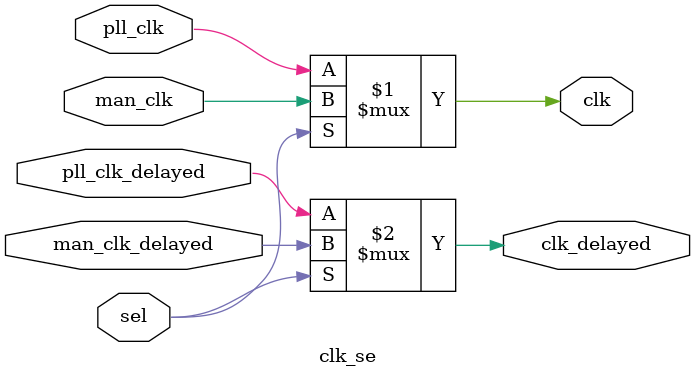
<source format=v>
module clk_se(
	input pll_clk,
	input pll_clk_delayed,
	input man_clk,
	input man_clk_delayed,
	input sel,
	output clk,
	output clk_delayed
);
assign clk = sel ? man_clk : pll_clk;
assign clk_delayed = sel ? man_clk_delayed : pll_clk_delayed;

endmodule

</source>
